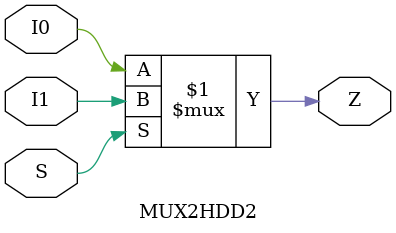
<source format=v>


module  MUX2HDD2 (
	 I0
	,I1
	,S
	,Z
	);

input	 I0 ;
input	 I1 ;
input	 S ;
output	 Z ;

assign Z = S ? I1 : I0;

endmodule


</source>
